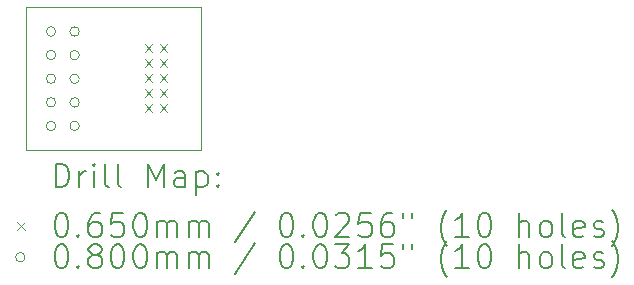
<source format=gbr>
%TF.GenerationSoftware,KiCad,Pcbnew,7.0.6*%
%TF.CreationDate,2025-02-23T16:11:29-08:00*%
%TF.ProjectId,jtag_adapter,6a746167-5f61-4646-9170-7465722e6b69,rev?*%
%TF.SameCoordinates,Original*%
%TF.FileFunction,Drillmap*%
%TF.FilePolarity,Positive*%
%FSLAX45Y45*%
G04 Gerber Fmt 4.5, Leading zero omitted, Abs format (unit mm)*
G04 Created by KiCad (PCBNEW 7.0.6) date 2025-02-23 16:11:29*
%MOMM*%
%LPD*%
G01*
G04 APERTURE LIST*
%ADD10C,0.100000*%
%ADD11C,0.200000*%
%ADD12C,0.065000*%
%ADD13C,0.080000*%
G04 APERTURE END LIST*
D10*
X6897312Y-6939931D02*
X8378722Y-6939931D01*
X8378722Y-8149312D01*
X6897312Y-8149312D01*
X6897312Y-6939931D01*
D11*
D12*
X7905000Y-7252380D02*
X7970000Y-7317380D01*
X7970000Y-7252380D02*
X7905000Y-7317380D01*
X7905000Y-7379380D02*
X7970000Y-7444380D01*
X7970000Y-7379380D02*
X7905000Y-7444380D01*
X7905000Y-7506380D02*
X7970000Y-7571380D01*
X7970000Y-7506380D02*
X7905000Y-7571380D01*
X7905000Y-7633380D02*
X7970000Y-7698380D01*
X7970000Y-7633380D02*
X7905000Y-7698380D01*
X7905000Y-7760380D02*
X7970000Y-7825380D01*
X7970000Y-7760380D02*
X7905000Y-7825380D01*
X8032000Y-7252380D02*
X8097000Y-7317380D01*
X8097000Y-7252380D02*
X8032000Y-7317380D01*
X8032000Y-7379380D02*
X8097000Y-7444380D01*
X8097000Y-7379380D02*
X8032000Y-7444380D01*
X8032000Y-7506380D02*
X8097000Y-7571380D01*
X8097000Y-7506380D02*
X8032000Y-7571380D01*
X8032000Y-7633380D02*
X8097000Y-7698380D01*
X8097000Y-7633380D02*
X8032000Y-7698380D01*
X8032000Y-7760380D02*
X8097000Y-7825380D01*
X8097000Y-7760380D02*
X8032000Y-7825380D01*
D13*
X7152000Y-7147000D02*
G75*
G03*
X7152000Y-7147000I-40000J0D01*
G01*
X7152000Y-7347000D02*
G75*
G03*
X7152000Y-7347000I-40000J0D01*
G01*
X7152000Y-7547000D02*
G75*
G03*
X7152000Y-7547000I-40000J0D01*
G01*
X7152000Y-7747000D02*
G75*
G03*
X7152000Y-7747000I-40000J0D01*
G01*
X7152000Y-7947000D02*
G75*
G03*
X7152000Y-7947000I-40000J0D01*
G01*
X7352000Y-7147000D02*
G75*
G03*
X7352000Y-7147000I-40000J0D01*
G01*
X7352000Y-7347000D02*
G75*
G03*
X7352000Y-7347000I-40000J0D01*
G01*
X7352000Y-7547000D02*
G75*
G03*
X7352000Y-7547000I-40000J0D01*
G01*
X7352000Y-7747000D02*
G75*
G03*
X7352000Y-7747000I-40000J0D01*
G01*
X7352000Y-7947000D02*
G75*
G03*
X7352000Y-7947000I-40000J0D01*
G01*
D11*
X7153089Y-8465796D02*
X7153089Y-8265796D01*
X7153089Y-8265796D02*
X7200708Y-8265796D01*
X7200708Y-8265796D02*
X7229279Y-8275320D01*
X7229279Y-8275320D02*
X7248327Y-8294367D01*
X7248327Y-8294367D02*
X7257851Y-8313415D01*
X7257851Y-8313415D02*
X7267375Y-8351510D01*
X7267375Y-8351510D02*
X7267375Y-8380082D01*
X7267375Y-8380082D02*
X7257851Y-8418177D01*
X7257851Y-8418177D02*
X7248327Y-8437224D01*
X7248327Y-8437224D02*
X7229279Y-8456272D01*
X7229279Y-8456272D02*
X7200708Y-8465796D01*
X7200708Y-8465796D02*
X7153089Y-8465796D01*
X7353089Y-8465796D02*
X7353089Y-8332462D01*
X7353089Y-8370558D02*
X7362613Y-8351510D01*
X7362613Y-8351510D02*
X7372136Y-8341986D01*
X7372136Y-8341986D02*
X7391184Y-8332462D01*
X7391184Y-8332462D02*
X7410232Y-8332462D01*
X7476898Y-8465796D02*
X7476898Y-8332462D01*
X7476898Y-8265796D02*
X7467375Y-8275320D01*
X7467375Y-8275320D02*
X7476898Y-8284843D01*
X7476898Y-8284843D02*
X7486422Y-8275320D01*
X7486422Y-8275320D02*
X7476898Y-8265796D01*
X7476898Y-8265796D02*
X7476898Y-8284843D01*
X7600708Y-8465796D02*
X7581660Y-8456272D01*
X7581660Y-8456272D02*
X7572136Y-8437224D01*
X7572136Y-8437224D02*
X7572136Y-8265796D01*
X7705470Y-8465796D02*
X7686422Y-8456272D01*
X7686422Y-8456272D02*
X7676898Y-8437224D01*
X7676898Y-8437224D02*
X7676898Y-8265796D01*
X7934041Y-8465796D02*
X7934041Y-8265796D01*
X7934041Y-8265796D02*
X8000708Y-8408653D01*
X8000708Y-8408653D02*
X8067375Y-8265796D01*
X8067375Y-8265796D02*
X8067375Y-8465796D01*
X8248327Y-8465796D02*
X8248327Y-8361034D01*
X8248327Y-8361034D02*
X8238803Y-8341986D01*
X8238803Y-8341986D02*
X8219756Y-8332462D01*
X8219756Y-8332462D02*
X8181660Y-8332462D01*
X8181660Y-8332462D02*
X8162613Y-8341986D01*
X8248327Y-8456272D02*
X8229279Y-8465796D01*
X8229279Y-8465796D02*
X8181660Y-8465796D01*
X8181660Y-8465796D02*
X8162613Y-8456272D01*
X8162613Y-8456272D02*
X8153089Y-8437224D01*
X8153089Y-8437224D02*
X8153089Y-8418177D01*
X8153089Y-8418177D02*
X8162613Y-8399129D01*
X8162613Y-8399129D02*
X8181660Y-8389605D01*
X8181660Y-8389605D02*
X8229279Y-8389605D01*
X8229279Y-8389605D02*
X8248327Y-8380082D01*
X8343565Y-8332462D02*
X8343565Y-8532463D01*
X8343565Y-8341986D02*
X8362613Y-8332462D01*
X8362613Y-8332462D02*
X8400708Y-8332462D01*
X8400708Y-8332462D02*
X8419756Y-8341986D01*
X8419756Y-8341986D02*
X8429279Y-8351510D01*
X8429279Y-8351510D02*
X8438803Y-8370558D01*
X8438803Y-8370558D02*
X8438803Y-8427701D01*
X8438803Y-8427701D02*
X8429279Y-8446748D01*
X8429279Y-8446748D02*
X8419756Y-8456272D01*
X8419756Y-8456272D02*
X8400708Y-8465796D01*
X8400708Y-8465796D02*
X8362613Y-8465796D01*
X8362613Y-8465796D02*
X8343565Y-8456272D01*
X8524518Y-8446748D02*
X8534041Y-8456272D01*
X8534041Y-8456272D02*
X8524518Y-8465796D01*
X8524518Y-8465796D02*
X8514994Y-8456272D01*
X8514994Y-8456272D02*
X8524518Y-8446748D01*
X8524518Y-8446748D02*
X8524518Y-8465796D01*
X8524518Y-8341986D02*
X8534041Y-8351510D01*
X8534041Y-8351510D02*
X8524518Y-8361034D01*
X8524518Y-8361034D02*
X8514994Y-8351510D01*
X8514994Y-8351510D02*
X8524518Y-8341986D01*
X8524518Y-8341986D02*
X8524518Y-8361034D01*
D12*
X6827312Y-8761812D02*
X6892312Y-8826812D01*
X6892312Y-8761812D02*
X6827312Y-8826812D01*
D11*
X7191184Y-8685796D02*
X7210232Y-8685796D01*
X7210232Y-8685796D02*
X7229279Y-8695320D01*
X7229279Y-8695320D02*
X7238803Y-8704844D01*
X7238803Y-8704844D02*
X7248327Y-8723891D01*
X7248327Y-8723891D02*
X7257851Y-8761986D01*
X7257851Y-8761986D02*
X7257851Y-8809605D01*
X7257851Y-8809605D02*
X7248327Y-8847701D01*
X7248327Y-8847701D02*
X7238803Y-8866748D01*
X7238803Y-8866748D02*
X7229279Y-8876272D01*
X7229279Y-8876272D02*
X7210232Y-8885796D01*
X7210232Y-8885796D02*
X7191184Y-8885796D01*
X7191184Y-8885796D02*
X7172136Y-8876272D01*
X7172136Y-8876272D02*
X7162613Y-8866748D01*
X7162613Y-8866748D02*
X7153089Y-8847701D01*
X7153089Y-8847701D02*
X7143565Y-8809605D01*
X7143565Y-8809605D02*
X7143565Y-8761986D01*
X7143565Y-8761986D02*
X7153089Y-8723891D01*
X7153089Y-8723891D02*
X7162613Y-8704844D01*
X7162613Y-8704844D02*
X7172136Y-8695320D01*
X7172136Y-8695320D02*
X7191184Y-8685796D01*
X7343565Y-8866748D02*
X7353089Y-8876272D01*
X7353089Y-8876272D02*
X7343565Y-8885796D01*
X7343565Y-8885796D02*
X7334041Y-8876272D01*
X7334041Y-8876272D02*
X7343565Y-8866748D01*
X7343565Y-8866748D02*
X7343565Y-8885796D01*
X7524517Y-8685796D02*
X7486422Y-8685796D01*
X7486422Y-8685796D02*
X7467375Y-8695320D01*
X7467375Y-8695320D02*
X7457851Y-8704844D01*
X7457851Y-8704844D02*
X7438803Y-8733415D01*
X7438803Y-8733415D02*
X7429279Y-8771510D01*
X7429279Y-8771510D02*
X7429279Y-8847701D01*
X7429279Y-8847701D02*
X7438803Y-8866748D01*
X7438803Y-8866748D02*
X7448327Y-8876272D01*
X7448327Y-8876272D02*
X7467375Y-8885796D01*
X7467375Y-8885796D02*
X7505470Y-8885796D01*
X7505470Y-8885796D02*
X7524517Y-8876272D01*
X7524517Y-8876272D02*
X7534041Y-8866748D01*
X7534041Y-8866748D02*
X7543565Y-8847701D01*
X7543565Y-8847701D02*
X7543565Y-8800082D01*
X7543565Y-8800082D02*
X7534041Y-8781034D01*
X7534041Y-8781034D02*
X7524517Y-8771510D01*
X7524517Y-8771510D02*
X7505470Y-8761986D01*
X7505470Y-8761986D02*
X7467375Y-8761986D01*
X7467375Y-8761986D02*
X7448327Y-8771510D01*
X7448327Y-8771510D02*
X7438803Y-8781034D01*
X7438803Y-8781034D02*
X7429279Y-8800082D01*
X7724517Y-8685796D02*
X7629279Y-8685796D01*
X7629279Y-8685796D02*
X7619756Y-8781034D01*
X7619756Y-8781034D02*
X7629279Y-8771510D01*
X7629279Y-8771510D02*
X7648327Y-8761986D01*
X7648327Y-8761986D02*
X7695946Y-8761986D01*
X7695946Y-8761986D02*
X7714994Y-8771510D01*
X7714994Y-8771510D02*
X7724517Y-8781034D01*
X7724517Y-8781034D02*
X7734041Y-8800082D01*
X7734041Y-8800082D02*
X7734041Y-8847701D01*
X7734041Y-8847701D02*
X7724517Y-8866748D01*
X7724517Y-8866748D02*
X7714994Y-8876272D01*
X7714994Y-8876272D02*
X7695946Y-8885796D01*
X7695946Y-8885796D02*
X7648327Y-8885796D01*
X7648327Y-8885796D02*
X7629279Y-8876272D01*
X7629279Y-8876272D02*
X7619756Y-8866748D01*
X7857851Y-8685796D02*
X7876898Y-8685796D01*
X7876898Y-8685796D02*
X7895946Y-8695320D01*
X7895946Y-8695320D02*
X7905470Y-8704844D01*
X7905470Y-8704844D02*
X7914994Y-8723891D01*
X7914994Y-8723891D02*
X7924517Y-8761986D01*
X7924517Y-8761986D02*
X7924517Y-8809605D01*
X7924517Y-8809605D02*
X7914994Y-8847701D01*
X7914994Y-8847701D02*
X7905470Y-8866748D01*
X7905470Y-8866748D02*
X7895946Y-8876272D01*
X7895946Y-8876272D02*
X7876898Y-8885796D01*
X7876898Y-8885796D02*
X7857851Y-8885796D01*
X7857851Y-8885796D02*
X7838803Y-8876272D01*
X7838803Y-8876272D02*
X7829279Y-8866748D01*
X7829279Y-8866748D02*
X7819756Y-8847701D01*
X7819756Y-8847701D02*
X7810232Y-8809605D01*
X7810232Y-8809605D02*
X7810232Y-8761986D01*
X7810232Y-8761986D02*
X7819756Y-8723891D01*
X7819756Y-8723891D02*
X7829279Y-8704844D01*
X7829279Y-8704844D02*
X7838803Y-8695320D01*
X7838803Y-8695320D02*
X7857851Y-8685796D01*
X8010232Y-8885796D02*
X8010232Y-8752463D01*
X8010232Y-8771510D02*
X8019756Y-8761986D01*
X8019756Y-8761986D02*
X8038803Y-8752463D01*
X8038803Y-8752463D02*
X8067375Y-8752463D01*
X8067375Y-8752463D02*
X8086422Y-8761986D01*
X8086422Y-8761986D02*
X8095946Y-8781034D01*
X8095946Y-8781034D02*
X8095946Y-8885796D01*
X8095946Y-8781034D02*
X8105470Y-8761986D01*
X8105470Y-8761986D02*
X8124517Y-8752463D01*
X8124517Y-8752463D02*
X8153089Y-8752463D01*
X8153089Y-8752463D02*
X8172137Y-8761986D01*
X8172137Y-8761986D02*
X8181660Y-8781034D01*
X8181660Y-8781034D02*
X8181660Y-8885796D01*
X8276898Y-8885796D02*
X8276898Y-8752463D01*
X8276898Y-8771510D02*
X8286422Y-8761986D01*
X8286422Y-8761986D02*
X8305470Y-8752463D01*
X8305470Y-8752463D02*
X8334041Y-8752463D01*
X8334041Y-8752463D02*
X8353089Y-8761986D01*
X8353089Y-8761986D02*
X8362613Y-8781034D01*
X8362613Y-8781034D02*
X8362613Y-8885796D01*
X8362613Y-8781034D02*
X8372137Y-8761986D01*
X8372137Y-8761986D02*
X8391184Y-8752463D01*
X8391184Y-8752463D02*
X8419756Y-8752463D01*
X8419756Y-8752463D02*
X8438803Y-8761986D01*
X8438803Y-8761986D02*
X8448327Y-8781034D01*
X8448327Y-8781034D02*
X8448327Y-8885796D01*
X8838803Y-8676272D02*
X8667375Y-8933415D01*
X9095946Y-8685796D02*
X9114994Y-8685796D01*
X9114994Y-8685796D02*
X9134042Y-8695320D01*
X9134042Y-8695320D02*
X9143565Y-8704844D01*
X9143565Y-8704844D02*
X9153089Y-8723891D01*
X9153089Y-8723891D02*
X9162613Y-8761986D01*
X9162613Y-8761986D02*
X9162613Y-8809605D01*
X9162613Y-8809605D02*
X9153089Y-8847701D01*
X9153089Y-8847701D02*
X9143565Y-8866748D01*
X9143565Y-8866748D02*
X9134042Y-8876272D01*
X9134042Y-8876272D02*
X9114994Y-8885796D01*
X9114994Y-8885796D02*
X9095946Y-8885796D01*
X9095946Y-8885796D02*
X9076899Y-8876272D01*
X9076899Y-8876272D02*
X9067375Y-8866748D01*
X9067375Y-8866748D02*
X9057851Y-8847701D01*
X9057851Y-8847701D02*
X9048327Y-8809605D01*
X9048327Y-8809605D02*
X9048327Y-8761986D01*
X9048327Y-8761986D02*
X9057851Y-8723891D01*
X9057851Y-8723891D02*
X9067375Y-8704844D01*
X9067375Y-8704844D02*
X9076899Y-8695320D01*
X9076899Y-8695320D02*
X9095946Y-8685796D01*
X9248327Y-8866748D02*
X9257851Y-8876272D01*
X9257851Y-8876272D02*
X9248327Y-8885796D01*
X9248327Y-8885796D02*
X9238803Y-8876272D01*
X9238803Y-8876272D02*
X9248327Y-8866748D01*
X9248327Y-8866748D02*
X9248327Y-8885796D01*
X9381661Y-8685796D02*
X9400708Y-8685796D01*
X9400708Y-8685796D02*
X9419756Y-8695320D01*
X9419756Y-8695320D02*
X9429280Y-8704844D01*
X9429280Y-8704844D02*
X9438803Y-8723891D01*
X9438803Y-8723891D02*
X9448327Y-8761986D01*
X9448327Y-8761986D02*
X9448327Y-8809605D01*
X9448327Y-8809605D02*
X9438803Y-8847701D01*
X9438803Y-8847701D02*
X9429280Y-8866748D01*
X9429280Y-8866748D02*
X9419756Y-8876272D01*
X9419756Y-8876272D02*
X9400708Y-8885796D01*
X9400708Y-8885796D02*
X9381661Y-8885796D01*
X9381661Y-8885796D02*
X9362613Y-8876272D01*
X9362613Y-8876272D02*
X9353089Y-8866748D01*
X9353089Y-8866748D02*
X9343565Y-8847701D01*
X9343565Y-8847701D02*
X9334042Y-8809605D01*
X9334042Y-8809605D02*
X9334042Y-8761986D01*
X9334042Y-8761986D02*
X9343565Y-8723891D01*
X9343565Y-8723891D02*
X9353089Y-8704844D01*
X9353089Y-8704844D02*
X9362613Y-8695320D01*
X9362613Y-8695320D02*
X9381661Y-8685796D01*
X9524518Y-8704844D02*
X9534042Y-8695320D01*
X9534042Y-8695320D02*
X9553089Y-8685796D01*
X9553089Y-8685796D02*
X9600708Y-8685796D01*
X9600708Y-8685796D02*
X9619756Y-8695320D01*
X9619756Y-8695320D02*
X9629280Y-8704844D01*
X9629280Y-8704844D02*
X9638803Y-8723891D01*
X9638803Y-8723891D02*
X9638803Y-8742939D01*
X9638803Y-8742939D02*
X9629280Y-8771510D01*
X9629280Y-8771510D02*
X9514994Y-8885796D01*
X9514994Y-8885796D02*
X9638803Y-8885796D01*
X9819756Y-8685796D02*
X9724518Y-8685796D01*
X9724518Y-8685796D02*
X9714994Y-8781034D01*
X9714994Y-8781034D02*
X9724518Y-8771510D01*
X9724518Y-8771510D02*
X9743565Y-8761986D01*
X9743565Y-8761986D02*
X9791184Y-8761986D01*
X9791184Y-8761986D02*
X9810232Y-8771510D01*
X9810232Y-8771510D02*
X9819756Y-8781034D01*
X9819756Y-8781034D02*
X9829280Y-8800082D01*
X9829280Y-8800082D02*
X9829280Y-8847701D01*
X9829280Y-8847701D02*
X9819756Y-8866748D01*
X9819756Y-8866748D02*
X9810232Y-8876272D01*
X9810232Y-8876272D02*
X9791184Y-8885796D01*
X9791184Y-8885796D02*
X9743565Y-8885796D01*
X9743565Y-8885796D02*
X9724518Y-8876272D01*
X9724518Y-8876272D02*
X9714994Y-8866748D01*
X10000708Y-8685796D02*
X9962613Y-8685796D01*
X9962613Y-8685796D02*
X9943565Y-8695320D01*
X9943565Y-8695320D02*
X9934042Y-8704844D01*
X9934042Y-8704844D02*
X9914994Y-8733415D01*
X9914994Y-8733415D02*
X9905470Y-8771510D01*
X9905470Y-8771510D02*
X9905470Y-8847701D01*
X9905470Y-8847701D02*
X9914994Y-8866748D01*
X9914994Y-8866748D02*
X9924518Y-8876272D01*
X9924518Y-8876272D02*
X9943565Y-8885796D01*
X9943565Y-8885796D02*
X9981661Y-8885796D01*
X9981661Y-8885796D02*
X10000708Y-8876272D01*
X10000708Y-8876272D02*
X10010232Y-8866748D01*
X10010232Y-8866748D02*
X10019756Y-8847701D01*
X10019756Y-8847701D02*
X10019756Y-8800082D01*
X10019756Y-8800082D02*
X10010232Y-8781034D01*
X10010232Y-8781034D02*
X10000708Y-8771510D01*
X10000708Y-8771510D02*
X9981661Y-8761986D01*
X9981661Y-8761986D02*
X9943565Y-8761986D01*
X9943565Y-8761986D02*
X9924518Y-8771510D01*
X9924518Y-8771510D02*
X9914994Y-8781034D01*
X9914994Y-8781034D02*
X9905470Y-8800082D01*
X10095946Y-8685796D02*
X10095946Y-8723891D01*
X10172137Y-8685796D02*
X10172137Y-8723891D01*
X10467375Y-8961986D02*
X10457851Y-8952463D01*
X10457851Y-8952463D02*
X10438804Y-8923891D01*
X10438804Y-8923891D02*
X10429280Y-8904844D01*
X10429280Y-8904844D02*
X10419756Y-8876272D01*
X10419756Y-8876272D02*
X10410232Y-8828653D01*
X10410232Y-8828653D02*
X10410232Y-8790558D01*
X10410232Y-8790558D02*
X10419756Y-8742939D01*
X10419756Y-8742939D02*
X10429280Y-8714367D01*
X10429280Y-8714367D02*
X10438804Y-8695320D01*
X10438804Y-8695320D02*
X10457851Y-8666748D01*
X10457851Y-8666748D02*
X10467375Y-8657224D01*
X10648327Y-8885796D02*
X10534042Y-8885796D01*
X10591184Y-8885796D02*
X10591184Y-8685796D01*
X10591184Y-8685796D02*
X10572137Y-8714367D01*
X10572137Y-8714367D02*
X10553089Y-8733415D01*
X10553089Y-8733415D02*
X10534042Y-8742939D01*
X10772137Y-8685796D02*
X10791185Y-8685796D01*
X10791185Y-8685796D02*
X10810232Y-8695320D01*
X10810232Y-8695320D02*
X10819756Y-8704844D01*
X10819756Y-8704844D02*
X10829280Y-8723891D01*
X10829280Y-8723891D02*
X10838804Y-8761986D01*
X10838804Y-8761986D02*
X10838804Y-8809605D01*
X10838804Y-8809605D02*
X10829280Y-8847701D01*
X10829280Y-8847701D02*
X10819756Y-8866748D01*
X10819756Y-8866748D02*
X10810232Y-8876272D01*
X10810232Y-8876272D02*
X10791185Y-8885796D01*
X10791185Y-8885796D02*
X10772137Y-8885796D01*
X10772137Y-8885796D02*
X10753089Y-8876272D01*
X10753089Y-8876272D02*
X10743565Y-8866748D01*
X10743565Y-8866748D02*
X10734042Y-8847701D01*
X10734042Y-8847701D02*
X10724518Y-8809605D01*
X10724518Y-8809605D02*
X10724518Y-8761986D01*
X10724518Y-8761986D02*
X10734042Y-8723891D01*
X10734042Y-8723891D02*
X10743565Y-8704844D01*
X10743565Y-8704844D02*
X10753089Y-8695320D01*
X10753089Y-8695320D02*
X10772137Y-8685796D01*
X11076899Y-8885796D02*
X11076899Y-8685796D01*
X11162613Y-8885796D02*
X11162613Y-8781034D01*
X11162613Y-8781034D02*
X11153089Y-8761986D01*
X11153089Y-8761986D02*
X11134042Y-8752463D01*
X11134042Y-8752463D02*
X11105470Y-8752463D01*
X11105470Y-8752463D02*
X11086423Y-8761986D01*
X11086423Y-8761986D02*
X11076899Y-8771510D01*
X11286423Y-8885796D02*
X11267375Y-8876272D01*
X11267375Y-8876272D02*
X11257851Y-8866748D01*
X11257851Y-8866748D02*
X11248327Y-8847701D01*
X11248327Y-8847701D02*
X11248327Y-8790558D01*
X11248327Y-8790558D02*
X11257851Y-8771510D01*
X11257851Y-8771510D02*
X11267375Y-8761986D01*
X11267375Y-8761986D02*
X11286423Y-8752463D01*
X11286423Y-8752463D02*
X11314994Y-8752463D01*
X11314994Y-8752463D02*
X11334042Y-8761986D01*
X11334042Y-8761986D02*
X11343565Y-8771510D01*
X11343565Y-8771510D02*
X11353089Y-8790558D01*
X11353089Y-8790558D02*
X11353089Y-8847701D01*
X11353089Y-8847701D02*
X11343565Y-8866748D01*
X11343565Y-8866748D02*
X11334042Y-8876272D01*
X11334042Y-8876272D02*
X11314994Y-8885796D01*
X11314994Y-8885796D02*
X11286423Y-8885796D01*
X11467375Y-8885796D02*
X11448327Y-8876272D01*
X11448327Y-8876272D02*
X11438804Y-8857224D01*
X11438804Y-8857224D02*
X11438804Y-8685796D01*
X11619756Y-8876272D02*
X11600708Y-8885796D01*
X11600708Y-8885796D02*
X11562613Y-8885796D01*
X11562613Y-8885796D02*
X11543565Y-8876272D01*
X11543565Y-8876272D02*
X11534042Y-8857224D01*
X11534042Y-8857224D02*
X11534042Y-8781034D01*
X11534042Y-8781034D02*
X11543565Y-8761986D01*
X11543565Y-8761986D02*
X11562613Y-8752463D01*
X11562613Y-8752463D02*
X11600708Y-8752463D01*
X11600708Y-8752463D02*
X11619756Y-8761986D01*
X11619756Y-8761986D02*
X11629280Y-8781034D01*
X11629280Y-8781034D02*
X11629280Y-8800082D01*
X11629280Y-8800082D02*
X11534042Y-8819129D01*
X11705470Y-8876272D02*
X11724518Y-8885796D01*
X11724518Y-8885796D02*
X11762613Y-8885796D01*
X11762613Y-8885796D02*
X11781661Y-8876272D01*
X11781661Y-8876272D02*
X11791185Y-8857224D01*
X11791185Y-8857224D02*
X11791185Y-8847701D01*
X11791185Y-8847701D02*
X11781661Y-8828653D01*
X11781661Y-8828653D02*
X11762613Y-8819129D01*
X11762613Y-8819129D02*
X11734042Y-8819129D01*
X11734042Y-8819129D02*
X11714994Y-8809605D01*
X11714994Y-8809605D02*
X11705470Y-8790558D01*
X11705470Y-8790558D02*
X11705470Y-8781034D01*
X11705470Y-8781034D02*
X11714994Y-8761986D01*
X11714994Y-8761986D02*
X11734042Y-8752463D01*
X11734042Y-8752463D02*
X11762613Y-8752463D01*
X11762613Y-8752463D02*
X11781661Y-8761986D01*
X11857851Y-8961986D02*
X11867375Y-8952463D01*
X11867375Y-8952463D02*
X11886423Y-8923891D01*
X11886423Y-8923891D02*
X11895946Y-8904844D01*
X11895946Y-8904844D02*
X11905470Y-8876272D01*
X11905470Y-8876272D02*
X11914994Y-8828653D01*
X11914994Y-8828653D02*
X11914994Y-8790558D01*
X11914994Y-8790558D02*
X11905470Y-8742939D01*
X11905470Y-8742939D02*
X11895946Y-8714367D01*
X11895946Y-8714367D02*
X11886423Y-8695320D01*
X11886423Y-8695320D02*
X11867375Y-8666748D01*
X11867375Y-8666748D02*
X11857851Y-8657224D01*
D13*
X6892312Y-9058312D02*
G75*
G03*
X6892312Y-9058312I-40000J0D01*
G01*
D11*
X7191184Y-8949796D02*
X7210232Y-8949796D01*
X7210232Y-8949796D02*
X7229279Y-8959320D01*
X7229279Y-8959320D02*
X7238803Y-8968844D01*
X7238803Y-8968844D02*
X7248327Y-8987891D01*
X7248327Y-8987891D02*
X7257851Y-9025986D01*
X7257851Y-9025986D02*
X7257851Y-9073605D01*
X7257851Y-9073605D02*
X7248327Y-9111701D01*
X7248327Y-9111701D02*
X7238803Y-9130748D01*
X7238803Y-9130748D02*
X7229279Y-9140272D01*
X7229279Y-9140272D02*
X7210232Y-9149796D01*
X7210232Y-9149796D02*
X7191184Y-9149796D01*
X7191184Y-9149796D02*
X7172136Y-9140272D01*
X7172136Y-9140272D02*
X7162613Y-9130748D01*
X7162613Y-9130748D02*
X7153089Y-9111701D01*
X7153089Y-9111701D02*
X7143565Y-9073605D01*
X7143565Y-9073605D02*
X7143565Y-9025986D01*
X7143565Y-9025986D02*
X7153089Y-8987891D01*
X7153089Y-8987891D02*
X7162613Y-8968844D01*
X7162613Y-8968844D02*
X7172136Y-8959320D01*
X7172136Y-8959320D02*
X7191184Y-8949796D01*
X7343565Y-9130748D02*
X7353089Y-9140272D01*
X7353089Y-9140272D02*
X7343565Y-9149796D01*
X7343565Y-9149796D02*
X7334041Y-9140272D01*
X7334041Y-9140272D02*
X7343565Y-9130748D01*
X7343565Y-9130748D02*
X7343565Y-9149796D01*
X7467375Y-9035510D02*
X7448327Y-9025986D01*
X7448327Y-9025986D02*
X7438803Y-9016463D01*
X7438803Y-9016463D02*
X7429279Y-8997415D01*
X7429279Y-8997415D02*
X7429279Y-8987891D01*
X7429279Y-8987891D02*
X7438803Y-8968844D01*
X7438803Y-8968844D02*
X7448327Y-8959320D01*
X7448327Y-8959320D02*
X7467375Y-8949796D01*
X7467375Y-8949796D02*
X7505470Y-8949796D01*
X7505470Y-8949796D02*
X7524517Y-8959320D01*
X7524517Y-8959320D02*
X7534041Y-8968844D01*
X7534041Y-8968844D02*
X7543565Y-8987891D01*
X7543565Y-8987891D02*
X7543565Y-8997415D01*
X7543565Y-8997415D02*
X7534041Y-9016463D01*
X7534041Y-9016463D02*
X7524517Y-9025986D01*
X7524517Y-9025986D02*
X7505470Y-9035510D01*
X7505470Y-9035510D02*
X7467375Y-9035510D01*
X7467375Y-9035510D02*
X7448327Y-9045034D01*
X7448327Y-9045034D02*
X7438803Y-9054558D01*
X7438803Y-9054558D02*
X7429279Y-9073605D01*
X7429279Y-9073605D02*
X7429279Y-9111701D01*
X7429279Y-9111701D02*
X7438803Y-9130748D01*
X7438803Y-9130748D02*
X7448327Y-9140272D01*
X7448327Y-9140272D02*
X7467375Y-9149796D01*
X7467375Y-9149796D02*
X7505470Y-9149796D01*
X7505470Y-9149796D02*
X7524517Y-9140272D01*
X7524517Y-9140272D02*
X7534041Y-9130748D01*
X7534041Y-9130748D02*
X7543565Y-9111701D01*
X7543565Y-9111701D02*
X7543565Y-9073605D01*
X7543565Y-9073605D02*
X7534041Y-9054558D01*
X7534041Y-9054558D02*
X7524517Y-9045034D01*
X7524517Y-9045034D02*
X7505470Y-9035510D01*
X7667375Y-8949796D02*
X7686422Y-8949796D01*
X7686422Y-8949796D02*
X7705470Y-8959320D01*
X7705470Y-8959320D02*
X7714994Y-8968844D01*
X7714994Y-8968844D02*
X7724517Y-8987891D01*
X7724517Y-8987891D02*
X7734041Y-9025986D01*
X7734041Y-9025986D02*
X7734041Y-9073605D01*
X7734041Y-9073605D02*
X7724517Y-9111701D01*
X7724517Y-9111701D02*
X7714994Y-9130748D01*
X7714994Y-9130748D02*
X7705470Y-9140272D01*
X7705470Y-9140272D02*
X7686422Y-9149796D01*
X7686422Y-9149796D02*
X7667375Y-9149796D01*
X7667375Y-9149796D02*
X7648327Y-9140272D01*
X7648327Y-9140272D02*
X7638803Y-9130748D01*
X7638803Y-9130748D02*
X7629279Y-9111701D01*
X7629279Y-9111701D02*
X7619756Y-9073605D01*
X7619756Y-9073605D02*
X7619756Y-9025986D01*
X7619756Y-9025986D02*
X7629279Y-8987891D01*
X7629279Y-8987891D02*
X7638803Y-8968844D01*
X7638803Y-8968844D02*
X7648327Y-8959320D01*
X7648327Y-8959320D02*
X7667375Y-8949796D01*
X7857851Y-8949796D02*
X7876898Y-8949796D01*
X7876898Y-8949796D02*
X7895946Y-8959320D01*
X7895946Y-8959320D02*
X7905470Y-8968844D01*
X7905470Y-8968844D02*
X7914994Y-8987891D01*
X7914994Y-8987891D02*
X7924517Y-9025986D01*
X7924517Y-9025986D02*
X7924517Y-9073605D01*
X7924517Y-9073605D02*
X7914994Y-9111701D01*
X7914994Y-9111701D02*
X7905470Y-9130748D01*
X7905470Y-9130748D02*
X7895946Y-9140272D01*
X7895946Y-9140272D02*
X7876898Y-9149796D01*
X7876898Y-9149796D02*
X7857851Y-9149796D01*
X7857851Y-9149796D02*
X7838803Y-9140272D01*
X7838803Y-9140272D02*
X7829279Y-9130748D01*
X7829279Y-9130748D02*
X7819756Y-9111701D01*
X7819756Y-9111701D02*
X7810232Y-9073605D01*
X7810232Y-9073605D02*
X7810232Y-9025986D01*
X7810232Y-9025986D02*
X7819756Y-8987891D01*
X7819756Y-8987891D02*
X7829279Y-8968844D01*
X7829279Y-8968844D02*
X7838803Y-8959320D01*
X7838803Y-8959320D02*
X7857851Y-8949796D01*
X8010232Y-9149796D02*
X8010232Y-9016463D01*
X8010232Y-9035510D02*
X8019756Y-9025986D01*
X8019756Y-9025986D02*
X8038803Y-9016463D01*
X8038803Y-9016463D02*
X8067375Y-9016463D01*
X8067375Y-9016463D02*
X8086422Y-9025986D01*
X8086422Y-9025986D02*
X8095946Y-9045034D01*
X8095946Y-9045034D02*
X8095946Y-9149796D01*
X8095946Y-9045034D02*
X8105470Y-9025986D01*
X8105470Y-9025986D02*
X8124517Y-9016463D01*
X8124517Y-9016463D02*
X8153089Y-9016463D01*
X8153089Y-9016463D02*
X8172137Y-9025986D01*
X8172137Y-9025986D02*
X8181660Y-9045034D01*
X8181660Y-9045034D02*
X8181660Y-9149796D01*
X8276898Y-9149796D02*
X8276898Y-9016463D01*
X8276898Y-9035510D02*
X8286422Y-9025986D01*
X8286422Y-9025986D02*
X8305470Y-9016463D01*
X8305470Y-9016463D02*
X8334041Y-9016463D01*
X8334041Y-9016463D02*
X8353089Y-9025986D01*
X8353089Y-9025986D02*
X8362613Y-9045034D01*
X8362613Y-9045034D02*
X8362613Y-9149796D01*
X8362613Y-9045034D02*
X8372137Y-9025986D01*
X8372137Y-9025986D02*
X8391184Y-9016463D01*
X8391184Y-9016463D02*
X8419756Y-9016463D01*
X8419756Y-9016463D02*
X8438803Y-9025986D01*
X8438803Y-9025986D02*
X8448327Y-9045034D01*
X8448327Y-9045034D02*
X8448327Y-9149796D01*
X8838803Y-8940272D02*
X8667375Y-9197415D01*
X9095946Y-8949796D02*
X9114994Y-8949796D01*
X9114994Y-8949796D02*
X9134042Y-8959320D01*
X9134042Y-8959320D02*
X9143565Y-8968844D01*
X9143565Y-8968844D02*
X9153089Y-8987891D01*
X9153089Y-8987891D02*
X9162613Y-9025986D01*
X9162613Y-9025986D02*
X9162613Y-9073605D01*
X9162613Y-9073605D02*
X9153089Y-9111701D01*
X9153089Y-9111701D02*
X9143565Y-9130748D01*
X9143565Y-9130748D02*
X9134042Y-9140272D01*
X9134042Y-9140272D02*
X9114994Y-9149796D01*
X9114994Y-9149796D02*
X9095946Y-9149796D01*
X9095946Y-9149796D02*
X9076899Y-9140272D01*
X9076899Y-9140272D02*
X9067375Y-9130748D01*
X9067375Y-9130748D02*
X9057851Y-9111701D01*
X9057851Y-9111701D02*
X9048327Y-9073605D01*
X9048327Y-9073605D02*
X9048327Y-9025986D01*
X9048327Y-9025986D02*
X9057851Y-8987891D01*
X9057851Y-8987891D02*
X9067375Y-8968844D01*
X9067375Y-8968844D02*
X9076899Y-8959320D01*
X9076899Y-8959320D02*
X9095946Y-8949796D01*
X9248327Y-9130748D02*
X9257851Y-9140272D01*
X9257851Y-9140272D02*
X9248327Y-9149796D01*
X9248327Y-9149796D02*
X9238803Y-9140272D01*
X9238803Y-9140272D02*
X9248327Y-9130748D01*
X9248327Y-9130748D02*
X9248327Y-9149796D01*
X9381661Y-8949796D02*
X9400708Y-8949796D01*
X9400708Y-8949796D02*
X9419756Y-8959320D01*
X9419756Y-8959320D02*
X9429280Y-8968844D01*
X9429280Y-8968844D02*
X9438803Y-8987891D01*
X9438803Y-8987891D02*
X9448327Y-9025986D01*
X9448327Y-9025986D02*
X9448327Y-9073605D01*
X9448327Y-9073605D02*
X9438803Y-9111701D01*
X9438803Y-9111701D02*
X9429280Y-9130748D01*
X9429280Y-9130748D02*
X9419756Y-9140272D01*
X9419756Y-9140272D02*
X9400708Y-9149796D01*
X9400708Y-9149796D02*
X9381661Y-9149796D01*
X9381661Y-9149796D02*
X9362613Y-9140272D01*
X9362613Y-9140272D02*
X9353089Y-9130748D01*
X9353089Y-9130748D02*
X9343565Y-9111701D01*
X9343565Y-9111701D02*
X9334042Y-9073605D01*
X9334042Y-9073605D02*
X9334042Y-9025986D01*
X9334042Y-9025986D02*
X9343565Y-8987891D01*
X9343565Y-8987891D02*
X9353089Y-8968844D01*
X9353089Y-8968844D02*
X9362613Y-8959320D01*
X9362613Y-8959320D02*
X9381661Y-8949796D01*
X9514994Y-8949796D02*
X9638803Y-8949796D01*
X9638803Y-8949796D02*
X9572137Y-9025986D01*
X9572137Y-9025986D02*
X9600708Y-9025986D01*
X9600708Y-9025986D02*
X9619756Y-9035510D01*
X9619756Y-9035510D02*
X9629280Y-9045034D01*
X9629280Y-9045034D02*
X9638803Y-9064082D01*
X9638803Y-9064082D02*
X9638803Y-9111701D01*
X9638803Y-9111701D02*
X9629280Y-9130748D01*
X9629280Y-9130748D02*
X9619756Y-9140272D01*
X9619756Y-9140272D02*
X9600708Y-9149796D01*
X9600708Y-9149796D02*
X9543565Y-9149796D01*
X9543565Y-9149796D02*
X9524518Y-9140272D01*
X9524518Y-9140272D02*
X9514994Y-9130748D01*
X9829280Y-9149796D02*
X9714994Y-9149796D01*
X9772137Y-9149796D02*
X9772137Y-8949796D01*
X9772137Y-8949796D02*
X9753089Y-8978367D01*
X9753089Y-8978367D02*
X9734042Y-8997415D01*
X9734042Y-8997415D02*
X9714994Y-9006939D01*
X10010232Y-8949796D02*
X9914994Y-8949796D01*
X9914994Y-8949796D02*
X9905470Y-9045034D01*
X9905470Y-9045034D02*
X9914994Y-9035510D01*
X9914994Y-9035510D02*
X9934042Y-9025986D01*
X9934042Y-9025986D02*
X9981661Y-9025986D01*
X9981661Y-9025986D02*
X10000708Y-9035510D01*
X10000708Y-9035510D02*
X10010232Y-9045034D01*
X10010232Y-9045034D02*
X10019756Y-9064082D01*
X10019756Y-9064082D02*
X10019756Y-9111701D01*
X10019756Y-9111701D02*
X10010232Y-9130748D01*
X10010232Y-9130748D02*
X10000708Y-9140272D01*
X10000708Y-9140272D02*
X9981661Y-9149796D01*
X9981661Y-9149796D02*
X9934042Y-9149796D01*
X9934042Y-9149796D02*
X9914994Y-9140272D01*
X9914994Y-9140272D02*
X9905470Y-9130748D01*
X10095946Y-8949796D02*
X10095946Y-8987891D01*
X10172137Y-8949796D02*
X10172137Y-8987891D01*
X10467375Y-9225986D02*
X10457851Y-9216463D01*
X10457851Y-9216463D02*
X10438804Y-9187891D01*
X10438804Y-9187891D02*
X10429280Y-9168844D01*
X10429280Y-9168844D02*
X10419756Y-9140272D01*
X10419756Y-9140272D02*
X10410232Y-9092653D01*
X10410232Y-9092653D02*
X10410232Y-9054558D01*
X10410232Y-9054558D02*
X10419756Y-9006939D01*
X10419756Y-9006939D02*
X10429280Y-8978367D01*
X10429280Y-8978367D02*
X10438804Y-8959320D01*
X10438804Y-8959320D02*
X10457851Y-8930748D01*
X10457851Y-8930748D02*
X10467375Y-8921224D01*
X10648327Y-9149796D02*
X10534042Y-9149796D01*
X10591184Y-9149796D02*
X10591184Y-8949796D01*
X10591184Y-8949796D02*
X10572137Y-8978367D01*
X10572137Y-8978367D02*
X10553089Y-8997415D01*
X10553089Y-8997415D02*
X10534042Y-9006939D01*
X10772137Y-8949796D02*
X10791185Y-8949796D01*
X10791185Y-8949796D02*
X10810232Y-8959320D01*
X10810232Y-8959320D02*
X10819756Y-8968844D01*
X10819756Y-8968844D02*
X10829280Y-8987891D01*
X10829280Y-8987891D02*
X10838804Y-9025986D01*
X10838804Y-9025986D02*
X10838804Y-9073605D01*
X10838804Y-9073605D02*
X10829280Y-9111701D01*
X10829280Y-9111701D02*
X10819756Y-9130748D01*
X10819756Y-9130748D02*
X10810232Y-9140272D01*
X10810232Y-9140272D02*
X10791185Y-9149796D01*
X10791185Y-9149796D02*
X10772137Y-9149796D01*
X10772137Y-9149796D02*
X10753089Y-9140272D01*
X10753089Y-9140272D02*
X10743565Y-9130748D01*
X10743565Y-9130748D02*
X10734042Y-9111701D01*
X10734042Y-9111701D02*
X10724518Y-9073605D01*
X10724518Y-9073605D02*
X10724518Y-9025986D01*
X10724518Y-9025986D02*
X10734042Y-8987891D01*
X10734042Y-8987891D02*
X10743565Y-8968844D01*
X10743565Y-8968844D02*
X10753089Y-8959320D01*
X10753089Y-8959320D02*
X10772137Y-8949796D01*
X11076899Y-9149796D02*
X11076899Y-8949796D01*
X11162613Y-9149796D02*
X11162613Y-9045034D01*
X11162613Y-9045034D02*
X11153089Y-9025986D01*
X11153089Y-9025986D02*
X11134042Y-9016463D01*
X11134042Y-9016463D02*
X11105470Y-9016463D01*
X11105470Y-9016463D02*
X11086423Y-9025986D01*
X11086423Y-9025986D02*
X11076899Y-9035510D01*
X11286423Y-9149796D02*
X11267375Y-9140272D01*
X11267375Y-9140272D02*
X11257851Y-9130748D01*
X11257851Y-9130748D02*
X11248327Y-9111701D01*
X11248327Y-9111701D02*
X11248327Y-9054558D01*
X11248327Y-9054558D02*
X11257851Y-9035510D01*
X11257851Y-9035510D02*
X11267375Y-9025986D01*
X11267375Y-9025986D02*
X11286423Y-9016463D01*
X11286423Y-9016463D02*
X11314994Y-9016463D01*
X11314994Y-9016463D02*
X11334042Y-9025986D01*
X11334042Y-9025986D02*
X11343565Y-9035510D01*
X11343565Y-9035510D02*
X11353089Y-9054558D01*
X11353089Y-9054558D02*
X11353089Y-9111701D01*
X11353089Y-9111701D02*
X11343565Y-9130748D01*
X11343565Y-9130748D02*
X11334042Y-9140272D01*
X11334042Y-9140272D02*
X11314994Y-9149796D01*
X11314994Y-9149796D02*
X11286423Y-9149796D01*
X11467375Y-9149796D02*
X11448327Y-9140272D01*
X11448327Y-9140272D02*
X11438804Y-9121224D01*
X11438804Y-9121224D02*
X11438804Y-8949796D01*
X11619756Y-9140272D02*
X11600708Y-9149796D01*
X11600708Y-9149796D02*
X11562613Y-9149796D01*
X11562613Y-9149796D02*
X11543565Y-9140272D01*
X11543565Y-9140272D02*
X11534042Y-9121224D01*
X11534042Y-9121224D02*
X11534042Y-9045034D01*
X11534042Y-9045034D02*
X11543565Y-9025986D01*
X11543565Y-9025986D02*
X11562613Y-9016463D01*
X11562613Y-9016463D02*
X11600708Y-9016463D01*
X11600708Y-9016463D02*
X11619756Y-9025986D01*
X11619756Y-9025986D02*
X11629280Y-9045034D01*
X11629280Y-9045034D02*
X11629280Y-9064082D01*
X11629280Y-9064082D02*
X11534042Y-9083129D01*
X11705470Y-9140272D02*
X11724518Y-9149796D01*
X11724518Y-9149796D02*
X11762613Y-9149796D01*
X11762613Y-9149796D02*
X11781661Y-9140272D01*
X11781661Y-9140272D02*
X11791185Y-9121224D01*
X11791185Y-9121224D02*
X11791185Y-9111701D01*
X11791185Y-9111701D02*
X11781661Y-9092653D01*
X11781661Y-9092653D02*
X11762613Y-9083129D01*
X11762613Y-9083129D02*
X11734042Y-9083129D01*
X11734042Y-9083129D02*
X11714994Y-9073605D01*
X11714994Y-9073605D02*
X11705470Y-9054558D01*
X11705470Y-9054558D02*
X11705470Y-9045034D01*
X11705470Y-9045034D02*
X11714994Y-9025986D01*
X11714994Y-9025986D02*
X11734042Y-9016463D01*
X11734042Y-9016463D02*
X11762613Y-9016463D01*
X11762613Y-9016463D02*
X11781661Y-9025986D01*
X11857851Y-9225986D02*
X11867375Y-9216463D01*
X11867375Y-9216463D02*
X11886423Y-9187891D01*
X11886423Y-9187891D02*
X11895946Y-9168844D01*
X11895946Y-9168844D02*
X11905470Y-9140272D01*
X11905470Y-9140272D02*
X11914994Y-9092653D01*
X11914994Y-9092653D02*
X11914994Y-9054558D01*
X11914994Y-9054558D02*
X11905470Y-9006939D01*
X11905470Y-9006939D02*
X11895946Y-8978367D01*
X11895946Y-8978367D02*
X11886423Y-8959320D01*
X11886423Y-8959320D02*
X11867375Y-8930748D01*
X11867375Y-8930748D02*
X11857851Y-8921224D01*
M02*

</source>
